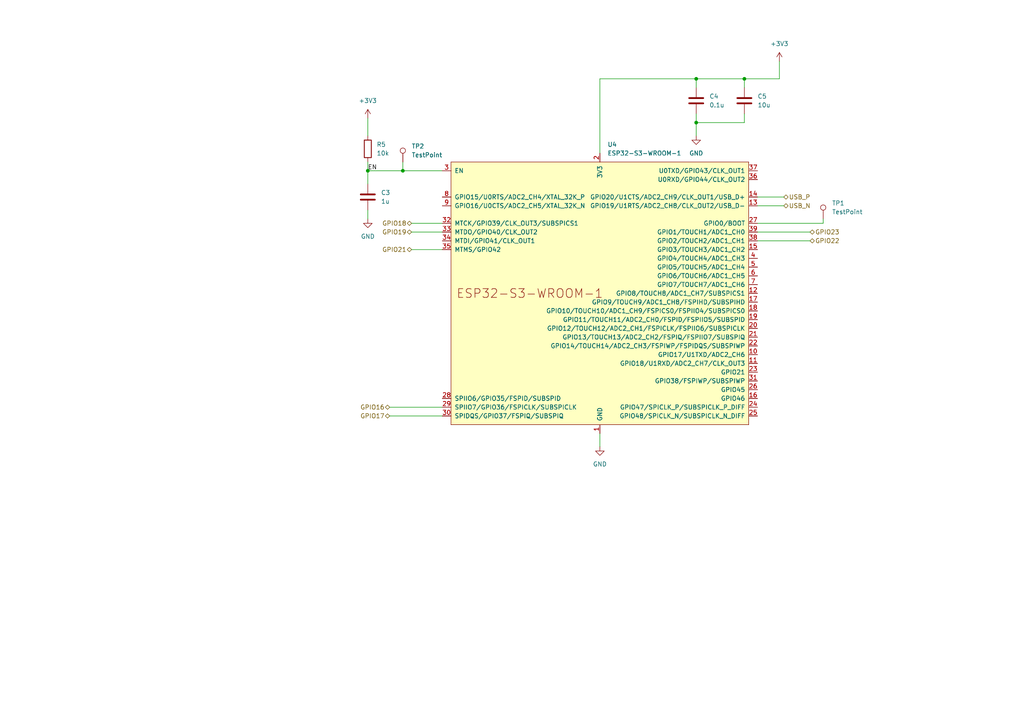
<source format=kicad_sch>
(kicad_sch (version 20231120) (generator "eeschema") (generator_version "8.0")
  (paper "A4")
  (lib_symbols
    (symbol "Connector:TestPoint" (pin_numbers hide) (pin_names (offset 0.762) hide)
      (property "Reference" "TP" (at 0 6.858 0))
      (property "Value" "TestPoint" (at 0 5.08 0))
      (symbol "TestPoint_0_1"
        (circle (center 0 3.302) (radius 0.762))
      )
      (symbol "TestPoint_1_1"
        (pin passive line (at 0 0 90) (length 2.54) (name "1") (number "1"))
      )
    )
    (symbol "Device:C" (pin_numbers hide) (pin_names (offset 0.254))
      (property "Reference" "C" (at 0.635 2.54 0))
      (property "Value" "C" (at 0.635 -2.54 0))
      (symbol "C_0_1"
        (polyline (pts (xy -2.032 -0.762) (xy 2.032 -0.762)) (stroke (width 0.508)))
        (polyline (pts (xy -2.032 0.762) (xy 2.032 0.762)) (stroke (width 0.508)))
      )
      (symbol "C_1_1"
        (pin passive line (at 0 3.81 270) (length 2.794) (name "~") (number "1"))
        (pin passive line (at 0 -3.81 90) (length 2.794) (name "~") (number "2"))
      )
    )
    (symbol "Device:R" (pin_numbers hide) (pin_names (offset 0))
      (property "Reference" "R" (at 2.032 0 90))
      (property "Value" "R" (at 0 0 90))
      (symbol "R_0_1"
        (rectangle (start -1.016 -2.54) (end 1.016 2.54) (stroke (width 0.254)))
      )
      (symbol "R_1_1"
        (pin passive line (at 0 3.81 270) (length 1.27) (name "~") (number "1"))
        (pin passive line (at 0 -3.81 90) (length 1.27) (name "~") (number "2"))
      )
    )
    (symbol "PCM_Espressif:ESP32-S3-WROOM-1" (pin_names (offset 1.016))
      (property "Reference" "U" (at -43.18 43.18 0))
      (property "Value" "ESP32-S3-WROOM-1" (at -43.18 40.64 0))
      (symbol "ESP32-S3-WROOM-1_0_0"
        (text "ESP32-S3-WROOM-1" (at -20.32 0 0) (effects (font (size 2.54 2.54))))
        (pin power_in line (at 0 -40.64 90) (length 2.54) (name "GND") (number "1"))
        (pin bidirectional line (at 45.72 -17.78 180) (length 2.54) (name "GPIO17/U1TXD/ADC2_CH6") (number "10"))
        (pin bidirectional line (at 45.72 -20.32 180) (length 2.54) (name "GPIO18/U1RXD/ADC2_CH7/CLK_OUT3") (number "11"))
        (pin bidirectional line (at 45.72 0 180) (length 2.54) (name "GPIO8/TOUCH8/ADC1_CH7/SUBSPICS1") (number "12"))
        (pin bidirectional line (at 45.72 25.4 180) (length 2.54) (name "GPIO19/U1RTS/ADC2_CH8/CLK_OUT2/USB_D-") (number "13"))
        (pin bidirectional line (at 45.72 27.94 180) (length 2.54) (name "GPIO20/U1CTS/ADC2_CH9/CLK_OUT1/USB_D+") (number "14"))
        (pin bidirectional line (at 45.72 12.7 180) (length 2.54) (name "GPIO3/TOUCH3/ADC1_CH2") (number "15"))
        (pin bidirectional line (at 45.72 -30.48 180) (length 2.54) (name "GPIO46") (number "16"))
        (pin bidirectional line (at 45.72 -2.54 180) (length 2.54) (name "GPIO9/TOUCH9/ADC1_CH8/FSPIHD/SUBSPIHD") (number "17"))
        (pin bidirectional line (at 45.72 -5.08 180) (length 2.54) (name "GPIO10/TOUCH10/ADC1_CH9/FSPICS0/FSPIIO4/SUBSPICS0") (number "18"))
        (pin bidirectional line (at 45.72 -7.62 180) (length 2.54) (name "GPIO11/TOUCH11/ADC2_CH0/FSPID/FSPIIO5/SUBSPID") (number "19"))
        (pin power_in line (at 0 40.64 270) (length 2.54) (name "3V3") (number "2"))
        (pin bidirectional line (at 45.72 -10.16 180) (length 2.54) (name "GPIO12/TOUCH12/ADC2_CH1/FSPICLK/FSPIIO6/SUBSPICLK") (number "20"))
        (pin bidirectional line (at 45.72 -12.7 180) (length 2.54) (name "GPIO13/TOUCH13/ADC2_CH2/FSPIQ/FSPIIO7/SUBSPIQ") (number "21"))
        (pin bidirectional line (at 45.72 -15.24 180) (length 2.54) (name "GPIO14/TOUCH14/ADC2_CH3/FSPIWP/FSPIDQS/SUBSPIWP") (number "22"))
        (pin bidirectional line (at 45.72 -22.86 180) (length 2.54) (name "GPIO21") (number "23"))
        (pin bidirectional line (at 45.72 -33.02 180) (length 2.54) (name "GPIO47/SPICLK_P/SUBSPICLK_P_DIFF") (number "24"))
        (pin bidirectional line (at 45.72 -35.56 180) (length 2.54) (name "GPIO48/SPICLK_N/SUBSPICLK_N_DIFF") (number "25"))
        (pin bidirectional line (at 45.72 -27.94 180) (length 2.54) (name "GPIO45") (number "26"))
        (pin bidirectional line (at 45.72 20.32 180) (length 2.54) (name "GPIO0/BOOT") (number "27"))
        (pin bidirectional line (at -45.72 -30.48 0) (length 2.54) (name "SPIIO6/GPIO35/FSPID/SUBSPID") (number "28"))
        (pin bidirectional line (at -45.72 -33.02 0) (length 2.54) (name "SPIIO7/GPIO36/FSPICLK/SUBSPICLK") (number "29"))
        (pin input line (at -45.72 35.56 0) (length 2.54) (name "EN") (number "3"))
        (pin bidirectional line (at -45.72 -35.56 0) (length 2.54) (name "SPIDQS/GPIO37/FSPIQ/SUBSPIQ") (number "30"))
        (pin bidirectional line (at 45.72 -25.4 180) (length 2.54) (name "GPIO38/FSPIWP/SUBSPIWP") (number "31"))
        (pin bidirectional line (at -45.72 20.32 0) (length 2.54) (name "MTCK/GPIO39/CLK_OUT3/SUBSPICS1") (number "32"))
        (pin bidirectional line (at -45.72 17.78 0) (length 2.54) (name "MTDO/GPIO40/CLK_OUT2") (number "33"))
        (pin bidirectional line (at -45.72 15.24 0) (length 2.54) (name "MTDI/GPIO41/CLK_OUT1") (number "34"))
        (pin bidirectional line (at -45.72 12.7 0) (length 2.54) (name "MTMS/GPIO42") (number "35"))
        (pin bidirectional line (at 45.72 33.02 180) (length 2.54) (name "U0RXD/GPIO44/CLK_OUT2") (number "36"))
        (pin bidirectional line (at 45.72 35.56 180) (length 2.54) (name "U0TXD/GPIO43/CLK_OUT1") (number "37"))
        (pin bidirectional line (at 45.72 15.24 180) (length 2.54) (name "GPIO2/TOUCH2/ADC1_CH1") (number "38"))
        (pin bidirectional line (at 45.72 17.78 180) (length 2.54) (name "GPIO1/TOUCH1/ADC1_CH0") (number "39"))
        (pin bidirectional line (at 45.72 10.16 180) (length 2.54) (name "GPIO4/TOUCH4/ADC1_CH3") (number "4"))
        (pin passive line (at 0 -40.64 90) (length 2.54) hide (name "GND") (number "40"))
        (pin passive line (at 0 -40.64 90) (length 2.54) hide (name "GND") (number "41"))
        (pin bidirectional line (at 45.72 7.62 180) (length 2.54) (name "GPIO5/TOUCH5/ADC1_CH4") (number "5"))
        (pin bidirectional line (at 45.72 5.08 180) (length 2.54) (name "GPIO6/TOUCH6/ADC1_CH5") (number "6"))
        (pin bidirectional line (at 45.72 2.54 180) (length 2.54) (name "GPIO7/TOUCH7/ADC1_CH6") (number "7"))
        (pin bidirectional line (at -45.72 27.94 0) (length 2.54) (name "GPIO15/U0RTS/ADC2_CH4/XTAL_32K_P") (number "8"))
        (pin bidirectional line (at -45.72 25.4 0) (length 2.54) (name "GPIO16/U0CTS/ADC2_CH5/XTAL_32K_N") (number "9"))
      )
      (symbol "ESP32-S3-WROOM-1_0_1"
        (rectangle (start -43.18 38.1) (end 43.18 -38.1) (fill (type background)))
      )
    )
    (symbol "power:+3V3" (power) (pin_names (offset 0))
      (property "Value" "+3V3" (at 0 3.556 0))
      (symbol "+3V3_0_1"
        (polyline (pts (xy -0.762 1.27) (xy 0 2.54)))
        (polyline (pts (xy 0 0) (xy 0 2.54)))
        (polyline (pts (xy 0 2.54) (xy 0.762 1.27)))
      )
      (symbol "+3V3_1_1"
        (pin power_in line (at 0 0 90) (length 0) hide (name "+3V3") (number "1"))
      )
    )
    (symbol "power:GND" (power) (pin_names (offset 0))
      (property "Value" "GND" (at 0 -3.81 0))
      (symbol "GND_0_1"
        (polyline (pts (xy 0 0) (xy 0 -1.27) (xy 1.27 -1.27) (xy 0 -2.54) (xy -1.27 -1.27) (xy 0 -1.27)))
      )
      (symbol "GND_1_1"
        (pin power_in line (at 0 0 270) (length 0) hide (name "GND") (number "1"))
      )
    )
  )
  (junction (at 201.93 35.56))
  (junction (at 116.84 49.53))
  (junction (at 201.93 22.86))
  (junction (at 106.68 49.53))
  (junction (at 215.9 22.86))
  (wire (pts (xy 219.71 57.15) (xy 227.33 57.15)))
  (wire (pts (xy 119.38 64.77) (xy 128.27 64.77)))
  (wire (pts (xy 201.93 33.02) (xy 201.93 35.56)))
  (wire (pts (xy 215.9 22.86) (xy 215.9 25.4)))
  (wire (pts (xy 201.93 22.86) (xy 201.93 25.4)))
  (wire (pts (xy 106.68 46.99) (xy 106.68 49.53)))
  (wire (pts (xy 201.93 35.56) (xy 201.93 39.37)))
  (wire (pts (xy 106.68 34.29) (xy 106.68 39.37)))
  (wire (pts (xy 226.06 17.78) (xy 226.06 22.86)))
  (wire (pts (xy 113.03 118.11) (xy 128.27 118.11)))
  (wire (pts (xy 119.38 67.31) (xy 128.27 67.31)))
  (wire (pts (xy 219.71 64.77) (xy 238.76 64.77)))
  (wire (pts (xy 219.71 59.69) (xy 227.33 59.69)))
  (wire (pts (xy 219.71 69.85) (xy 234.95 69.85)))
  (wire (pts (xy 106.68 60.96) (xy 106.68 63.5)))
  (wire (pts (xy 238.76 64.77) (xy 238.76 63.5)))
  (wire (pts (xy 106.68 49.53) (xy 106.68 53.34)))
  (wire (pts (xy 113.03 120.65) (xy 128.27 120.65)))
  (wire (pts (xy 116.84 49.53) (xy 128.27 49.53)))
  (wire (pts (xy 116.84 46.99) (xy 116.84 49.53)))
  (wire (pts (xy 173.99 44.45) (xy 173.99 22.86)))
  (wire (pts (xy 173.99 125.73) (xy 173.99 129.54)))
  (wire (pts (xy 215.9 35.56) (xy 215.9 33.02)))
  (wire (pts (xy 201.93 22.86) (xy 215.9 22.86)))
  (wire (pts (xy 201.93 35.56) (xy 215.9 35.56)))
  (wire (pts (xy 106.68 49.53) (xy 116.84 49.53)))
  (wire (pts (xy 173.99 22.86) (xy 201.93 22.86)))
  (wire (pts (xy 215.9 22.86) (xy 226.06 22.86)))
  (wire (pts (xy 219.71 67.31) (xy 234.95 67.31)))
  (wire (pts (xy 119.38 72.39) (xy 128.27 72.39)))
  (label "EN" (at 106.68 49.53 0))
  (hierarchical_label "GPIO21" (shape bidirectional) (at 119.38 72.39 180))
  (hierarchical_label "GPIO23" (shape bidirectional) (at 234.95 67.31 0))
  (hierarchical_label "GPIO19" (shape bidirectional) (at 119.38 67.31 180))
  (hierarchical_label "GPIO17" (shape bidirectional) (at 113.03 120.65 180))
  (hierarchical_label "GPIO16" (shape bidirectional) (at 113.03 118.11 180))
  (hierarchical_label "USB_N" (shape bidirectional) (at 227.33 59.69 0))
  (hierarchical_label "GPIO18" (shape bidirectional) (at 119.38 64.77 180))
  (hierarchical_label "GPIO22" (shape bidirectional) (at 234.95 69.85 0))
  (hierarchical_label "USB_P" (shape bidirectional) (at 227.33 57.15 0))
  (symbol (lib_id "Device:C") (at 201.93 29.21 0) (unit 1)
    (property "Reference" "C4" (at 205.74 27.9399 0) (effects (justify left)))
    (property "Value" "0.1u" (at 205.74 30.4799 0) (effects (justify left)))
    (property "Footprint" "Capacitor_SMD:C_0402_1005Metric" (effects (hide yes)))
    (property "LCSC" "C1525" (effects (hide yes)))
    (property "Checked" "Y" (effects (hide yes)))
    (property "Comment" "Any 5V or higher rated capacitor will work fine" (effects (hide yes)))
    (property "Package" "0402" (effects (hide yes)))
    (property "MPN" "0402B104K160HI" (effects (hide yes)))
  )
  (symbol (lib_id "power:GND") (at 106.68 63.5 0) (unit 1)
    (property "Reference" "#PWR011" (effects (hide yes)))
    (property "Value" "GND" (at 106.68 68.58 0))
  )
  (symbol (lib_id "Connector:TestPoint") (at 116.84 46.99 0) (unit 1)
    (property "Reference" "TP2" (at 119.38 42.4179 0) (effects (justify left)))
    (property "Value" "TestPoint" (at 119.38 44.9579 0) (effects (justify left)))
    (property "Footprint" "TestPoint:TestPoint_Loop_D1.80mm_Drill1.0mm_Beaded" (effects (hide yes)))
    (property "Description" "test point" (effects (hide yes)))
  )
  (symbol (lib_id "power:+3V3") (at 106.68 34.29 0) (unit 1)
    (property "Reference" "#PWR012" (effects (hide yes)))
    (property "Value" "+3V3" (at 106.68 29.21 0))
  )
  (symbol (lib_id "Connector:TestPoint") (at 238.76 63.5 0) (unit 1)
    (property "Reference" "TP1" (at 241.3 58.9279 0) (effects (justify left)))
    (property "Value" "TestPoint" (at 241.3 61.4679 0) (effects (justify left)))
    (property "Footprint" "TestPoint:TestPoint_Loop_D1.80mm_Drill1.0mm_Beaded" (effects (hide yes)))
    (property "Description" "test point" (effects (hide yes)))
  )
  (symbol (lib_id "Device:C") (at 106.68 57.15 0) (unit 1)
    (property "Reference" "C3" (at 110.49 55.8799 0) (effects (justify left)))
    (property "Value" "1u" (at 110.49 58.4199 0) (effects (justify left)))
    (property "Footprint" "Capacitor_SMD:C_0402_1005Metric" (effects (hide yes)))
    (property "LCSC" "C52923" (effects (hide yes)))
    (property "Checked" "Y" (effects (hide yes)))
    (property "Comment" "Any 5V or higher rated capacitor will work fine" (effects (hide yes)))
    (property "Package" "0402" (effects (hide yes)))
    (property "MPN" "0402W105K100HI" (effects (hide yes)))
  )
  (symbol (lib_id "power:+3V3") (at 226.06 17.78 0) (unit 1)
    (property "Reference" "#PWR015" (effects (hide yes)))
    (property "Value" "+3V3" (at 226.06 12.7 0))
  )
  (symbol (lib_id "Device:R") (at 106.68 43.18 0) (unit 1)
    (property "Reference" "R5" (at 109.22 41.9099 0) (effects (justify left)))
    (property "Value" "10k" (at 109.22 44.4499 0) (effects (justify left)))
    (property "Footprint" "Resistor_SMD:R_0402_1005Metric" (effects (hide yes)))
    (property "LCSC" "C25744" (effects (hide yes)))
    (property "Checked" "Y" (effects (hide yes)))
    (property "Comment" "Any 5V or higher rated resistor will work fine" (effects (hide yes)))
    (property "Package" "0402" (effects (hide yes)))
    (property "MPN" "RC0402JR-1310KL" (effects (hide yes)))
  )
  (symbol (lib_id "PCM_Espressif:ESP32-S3-WROOM-1") (at 173.99 85.09 0) (unit 1)
    (property "Reference" "U4" (at 176.1841 41.91 0) (effects (justify left)))
    (property "Value" "ESP32-S3-WROOM-1" (at 176.1841 44.45 0) (effects (justify left)))
    (property "Footprint" "PCM_Espressif:ESP32-S3-WROOM-1" (effects (hide yes)))
    (property "Datasheet" "https://www.espressif.com/sites/default/files/documentation/esp32-s3-wroom-1_wroom-1u_datasheet_en.pdf" (effects (hide yes)))
    (property "Description" "2.4 GHz WiFi (802.11 b/g/n) and Bluetooth ® 5 (LE) module Built around ESP32S3 series of SoCs, Xtensa ® dualcore 32bit LX7 microprocessor Flash up to 16 MB, PSRAM up to 8 MB 36 GPIOs, rich set of peripherals Onboard PCB antenna" (effects (hide yes)))
  )
  (symbol (lib_id "power:GND") (at 201.93 39.37 0) (unit 1)
    (property "Reference" "#PWR014" (effects (hide yes)))
    (property "Value" "GND" (at 201.93 44.45 0))
  )
  (symbol (lib_id "Device:C") (at 215.9 29.21 0) (unit 1)
    (property "Reference" "C5" (at 219.71 27.9399 0) (effects (justify left)))
    (property "Value" "10u" (at 219.71 30.4799 0) (effects (justify left)))
    (property "Footprint" "Capacitor_SMD:C_0402_1005Metric" (effects (hide yes)))
    (property "LCSC" "C15525" (effects (hide yes)))
    (property "Checked" "Y" (effects (hide yes)))
    (property "Comment" "Any 5V or higher rated capacitor will work fine" (effects (hide yes)))
    (property "Package" "0402" (effects (hide yes)))
    (property "MPN" "GRM155R60J106ME05J" (effects (hide yes)))
  )
  (symbol (lib_id "power:GND") (at 173.99 129.54 0) (unit 1)
    (property "Reference" "#PWR013" (effects (hide yes)))
    (property "Value" "GND" (at 173.99 134.62 0))
  )
)
</source>
